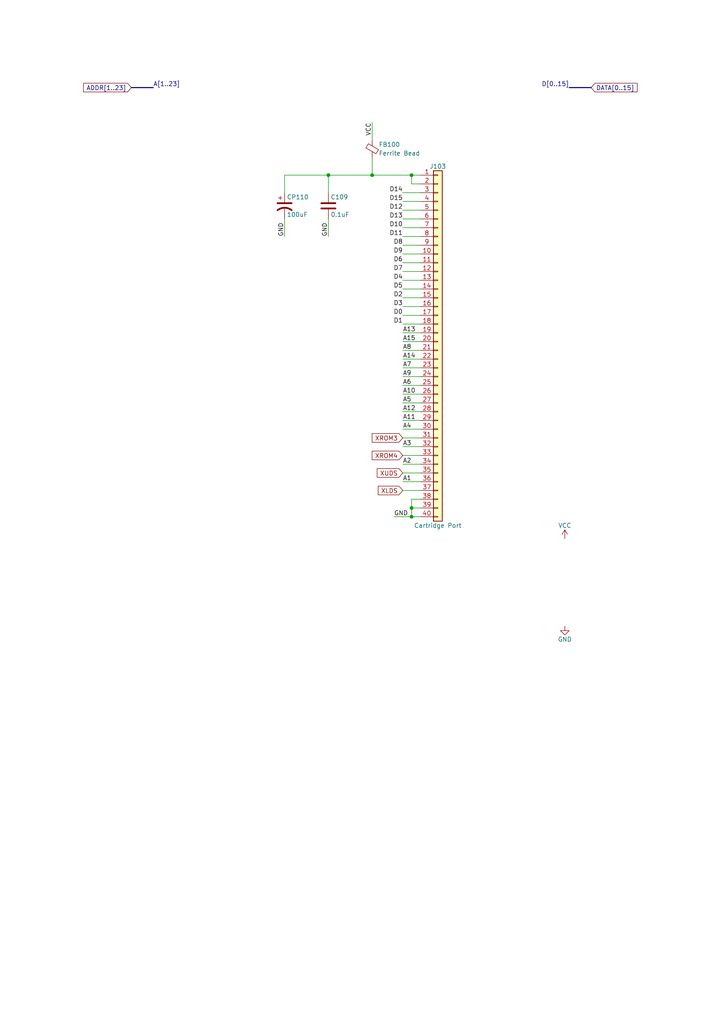
<source format=kicad_sch>
(kicad_sch (version 20211123) (generator eeschema)
  (paper "A4" portrait)
  (title_block (title "ReSTe mignon") (date "2022-07-13") (rev "mk0-0.1") (company "David SPORN") (comment 2 "original repository : https://github.com/sporniket/reste-mignon") (comment 4 "A remake of the Atari STe with some fixes applied and a target size of 25×18cm (B5)"))
  (lib_symbols
    (symbol "Connector_Generic:Conn_01x40" (pin_names (offset 1.016) hide)
      (property "Reference" "J" (at 0 50.8 0))
      (property "Value" "Conn_01x40" (at 0 -53.34 0))
      (symbol "Conn_01x40_1_1"
        (rectangle (start -1.27 -50.673) (end 0 -50.927) (stroke (width 0.1524)))
        (rectangle (start -1.27 -48.133) (end 0 -48.387) (stroke (width 0.1524)))
        (rectangle (start -1.27 -45.593) (end 0 -45.847) (stroke (width 0.1524)))
        (rectangle (start -1.27 -43.053) (end 0 -43.307) (stroke (width 0.1524)))
        (rectangle (start -1.27 -40.513) (end 0 -40.767) (stroke (width 0.1524)))
        (rectangle (start -1.27 -37.973) (end 0 -38.227) (stroke (width 0.1524)))
        (rectangle (start -1.27 -35.433) (end 0 -35.687) (stroke (width 0.1524)))
        (rectangle (start -1.27 -32.893) (end 0 -33.147) (stroke (width 0.1524)))
        (rectangle (start -1.27 -30.353) (end 0 -30.607) (stroke (width 0.1524)))
        (rectangle (start -1.27 -27.813) (end 0 -28.067) (stroke (width 0.1524)))
        (rectangle (start -1.27 -25.273) (end 0 -25.527) (stroke (width 0.1524)))
        (rectangle (start -1.27 -22.733) (end 0 -22.987) (stroke (width 0.1524)))
        (rectangle (start -1.27 -20.193) (end 0 -20.447) (stroke (width 0.1524)))
        (rectangle (start -1.27 -17.653) (end 0 -17.907) (stroke (width 0.1524)))
        (rectangle (start -1.27 -15.113) (end 0 -15.367) (stroke (width 0.1524)))
        (rectangle (start -1.27 -12.573) (end 0 -12.827) (stroke (width 0.1524)))
        (rectangle (start -1.27 -10.033) (end 0 -10.287) (stroke (width 0.1524)))
        (rectangle (start -1.27 -7.493) (end 0 -7.747) (stroke (width 0.1524)))
        (rectangle (start -1.27 -4.953) (end 0 -5.207) (stroke (width 0.1524)))
        (rectangle (start -1.27 -2.413) (end 0 -2.667) (stroke (width 0.1524)))
        (rectangle (start -1.27 0.127) (end 0 -0.127) (stroke (width 0.1524)))
        (rectangle (start -1.27 2.667) (end 0 2.413) (stroke (width 0.1524)))
        (rectangle (start -1.27 5.207) (end 0 4.953) (stroke (width 0.1524)))
        (rectangle (start -1.27 7.747) (end 0 7.493) (stroke (width 0.1524)))
        (rectangle (start -1.27 10.287) (end 0 10.033) (stroke (width 0.1524)))
        (rectangle (start -1.27 12.827) (end 0 12.573) (stroke (width 0.1524)))
        (rectangle (start -1.27 15.367) (end 0 15.113) (stroke (width 0.1524)))
        (rectangle (start -1.27 17.907) (end 0 17.653) (stroke (width 0.1524)))
        (rectangle (start -1.27 20.447) (end 0 20.193) (stroke (width 0.1524)))
        (rectangle (start -1.27 22.987) (end 0 22.733) (stroke (width 0.1524)))
        (rectangle (start -1.27 25.527) (end 0 25.273) (stroke (width 0.1524)))
        (rectangle (start -1.27 28.067) (end 0 27.813) (stroke (width 0.1524)))
        (rectangle (start -1.27 30.607) (end 0 30.353) (stroke (width 0.1524)))
        (rectangle (start -1.27 33.147) (end 0 32.893) (stroke (width 0.1524)))
        (rectangle (start -1.27 35.687) (end 0 35.433) (stroke (width 0.1524)))
        (rectangle (start -1.27 38.227) (end 0 37.973) (stroke (width 0.1524)))
        (rectangle (start -1.27 40.767) (end 0 40.513) (stroke (width 0.1524)))
        (rectangle (start -1.27 43.307) (end 0 43.053) (stroke (width 0.1524)))
        (rectangle (start -1.27 45.847) (end 0 45.593) (stroke (width 0.1524)))
        (rectangle (start -1.27 48.387) (end 0 48.133) (stroke (width 0.1524)))
        (rectangle (start -1.27 49.53) (end 1.27 -52.07) (stroke (width 0.254)) (fill (type background)))
        (pin passive line (at -5.08 48.26 0) (length 3.81) (name "Pin_1") (number "1"))
        (pin passive line (at -5.08 25.4 0) (length 3.81) (name "Pin_10") (number "10"))
        (pin passive line (at -5.08 22.86 0) (length 3.81) (name "Pin_11") (number "11"))
        (pin passive line (at -5.08 20.32 0) (length 3.81) (name "Pin_12") (number "12"))
        (pin passive line (at -5.08 17.78 0) (length 3.81) (name "Pin_13") (number "13"))
        (pin passive line (at -5.08 15.24 0) (length 3.81) (name "Pin_14") (number "14"))
        (pin passive line (at -5.08 12.7 0) (length 3.81) (name "Pin_15") (number "15"))
        (pin passive line (at -5.08 10.16 0) (length 3.81) (name "Pin_16") (number "16"))
        (pin passive line (at -5.08 7.62 0) (length 3.81) (name "Pin_17") (number "17"))
        (pin passive line (at -5.08 5.08 0) (length 3.81) (name "Pin_18") (number "18"))
        (pin passive line (at -5.08 2.54 0) (length 3.81) (name "Pin_19") (number "19"))
        (pin passive line (at -5.08 45.72 0) (length 3.81) (name "Pin_2") (number "2"))
        (pin passive line (at -5.08 0 0) (length 3.81) (name "Pin_20") (number "20"))
        (pin passive line (at -5.08 -2.54 0) (length 3.81) (name "Pin_21") (number "21"))
        (pin passive line (at -5.08 -5.08 0) (length 3.81) (name "Pin_22") (number "22"))
        (pin passive line (at -5.08 -7.62 0) (length 3.81) (name "Pin_23") (number "23"))
        (pin passive line (at -5.08 -10.16 0) (length 3.81) (name "Pin_24") (number "24"))
        (pin passive line (at -5.08 -12.7 0) (length 3.81) (name "Pin_25") (number "25"))
        (pin passive line (at -5.08 -15.24 0) (length 3.81) (name "Pin_26") (number "26"))
        (pin passive line (at -5.08 -17.78 0) (length 3.81) (name "Pin_27") (number "27"))
        (pin passive line (at -5.08 -20.32 0) (length 3.81) (name "Pin_28") (number "28"))
        (pin passive line (at -5.08 -22.86 0) (length 3.81) (name "Pin_29") (number "29"))
        (pin passive line (at -5.08 43.18 0) (length 3.81) (name "Pin_3") (number "3"))
        (pin passive line (at -5.08 -25.4 0) (length 3.81) (name "Pin_30") (number "30"))
        (pin passive line (at -5.08 -27.94 0) (length 3.81) (name "Pin_31") (number "31"))
        (pin passive line (at -5.08 -30.48 0) (length 3.81) (name "Pin_32") (number "32"))
        (pin passive line (at -5.08 -33.02 0) (length 3.81) (name "Pin_33") (number "33"))
        (pin passive line (at -5.08 -35.56 0) (length 3.81) (name "Pin_34") (number "34"))
        (pin passive line (at -5.08 -38.1 0) (length 3.81) (name "Pin_35") (number "35"))
        (pin passive line (at -5.08 -40.64 0) (length 3.81) (name "Pin_36") (number "36"))
        (pin passive line (at -5.08 -43.18 0) (length 3.81) (name "Pin_37") (number "37"))
        (pin passive line (at -5.08 -45.72 0) (length 3.81) (name "Pin_38") (number "38"))
        (pin passive line (at -5.08 -48.26 0) (length 3.81) (name "Pin_39") (number "39"))
        (pin passive line (at -5.08 40.64 0) (length 3.81) (name "Pin_4") (number "4"))
        (pin passive line (at -5.08 -50.8 0) (length 3.81) (name "Pin_40") (number "40"))
        (pin passive line (at -5.08 38.1 0) (length 3.81) (name "Pin_5") (number "5"))
        (pin passive line (at -5.08 35.56 0) (length 3.81) (name "Pin_6") (number "6"))
        (pin passive line (at -5.08 33.02 0) (length 3.81) (name "Pin_7") (number "7"))
        (pin passive line (at -5.08 30.48 0) (length 3.81) (name "Pin_8") (number "8"))
        (pin passive line (at -5.08 27.94 0) (length 3.81) (name "Pin_9") (number "9"))
      )
    )
    (symbol "Device:C" (pin_numbers hide) (pin_names (offset 0.254))
      (property "Reference" "C" (at 0.635 2.54 0))
      (property "Value" "C" (at 0.635 -2.54 0))
      (symbol "C_0_1"
        (polyline (pts (xy -2.032 -0.762) (xy 2.032 -0.762)) (stroke (width 0.508)))
        (polyline (pts (xy -2.032 0.762) (xy 2.032 0.762)) (stroke (width 0.508)))
      )
      (symbol "C_1_1"
        (pin passive line (at 0 3.81 270) (length 2.794) (name "~") (number "1"))
        (pin passive line (at 0 -3.81 90) (length 2.794) (name "~") (number "2"))
      )
    )
    (symbol "Device:CP1" (pin_numbers hide) (pin_names (offset 0.254) hide)
      (property "Reference" "C" (at 0.635 2.54 0))
      (property "Value" "Device_CP1" (at 0.635 -2.54 0))
      (symbol "CP1_0_1"
        (polyline (pts (xy -2.032 0.762) (xy 2.032 0.762)) (stroke (width 0.508)))
        (polyline (pts (xy -1.778 2.286) (xy -0.762 2.286)))
        (polyline (pts (xy -1.27 1.778) (xy -1.27 2.794)))
        (arc (start 2.032 -1.27) (mid 0 -0.5572) (end -2.032 -1.27) (stroke (width 0.508)))
      )
      (symbol "CP1_1_1"
        (pin passive line (at 0 3.81 270) (length 2.794) (name "~") (number "1"))
        (pin passive line (at 0 -3.81 90) (length 3.302) (name "~") (number "2"))
      )
    )
    (symbol "Device:Ferrite_Bead_Small" (pin_numbers hide) (pin_names (offset 0))
      (property "Reference" "FB" (at 1.905 1.27 0))
      (property "Value" "Device_Ferrite_Bead_Small" (at 1.905 -1.27 0))
      (symbol "Ferrite_Bead_Small_0_1"
        (polyline (pts (xy 0 -1.27) (xy 0 -0.7874)))
        (polyline (pts (xy 0 0.889) (xy 0 1.2954)))
        (polyline (pts (xy -1.8288 0.2794) (xy -1.1176 1.4986) (xy 1.8288 -0.2032) (xy 1.1176 -1.4224) (xy -1.8288 0.2794)))
      )
      (symbol "Ferrite_Bead_Small_1_1"
        (pin passive line (at 0 2.54 270) (length 1.27) (name "~") (number "1"))
        (pin passive line (at 0 -2.54 90) (length 1.27) (name "~") (number "2"))
      )
    )
    (symbol "power:GND" (power) (pin_names (offset 0))
      (property "Value" "GND" (at 0 -3.81 0))
      (symbol "GND_0_1"
        (polyline (pts (xy 0 0) (xy 0 -1.27) (xy 1.27 -1.27) (xy 0 -2.54) (xy -1.27 -1.27) (xy 0 -1.27)))
      )
      (symbol "GND_1_1"
        (pin power_in line (at 0 0 270) (length 0) hide (name "GND") (number "1"))
      )
    )
    (symbol "power:VCC" (power) (pin_names (offset 0))
      (property "Value" "VCC" (at 0 3.81 0))
      (symbol "VCC_0_1"
        (polyline (pts (xy -0.762 1.27) (xy 0 2.54)))
        (polyline (pts (xy 0 0) (xy 0 2.54)))
        (polyline (pts (xy 0 2.54) (xy 0.762 1.27)))
      )
      (symbol "VCC_1_1"
        (pin power_in line (at 0 0 90) (length 0) hide (name "VCC") (number "1"))
      )
    )
  )
  (junction (at 119.38 147.32))
  (junction (at 119.38 149.86))
  (junction (at 95.25 50.8))
  (junction (at 107.95 50.8))
  (junction (at 119.38 50.8))
  (wire (pts (xy 116.84 76.2) (xy 121.92 76.2)))
  (wire (pts (xy 116.84 78.74) (xy 121.92 78.74)))
  (wire (pts (xy 82.55 50.8) (xy 95.25 50.8)))
  (wire (pts (xy 116.84 66.04) (xy 121.92 66.04)))
  (wire (pts (xy 116.84 58.42) (xy 121.92 58.42)))
  (wire (pts (xy 116.84 124.46) (xy 121.92 124.46)))
  (wire (pts (xy 119.38 50.8) (xy 119.38 53.34)))
  (wire (pts (xy 119.38 149.86) (xy 119.38 147.32)))
  (wire (pts (xy 119.38 147.32) (xy 119.38 144.78)))
  (wire (pts (xy 116.84 132.08) (xy 121.92 132.08)))
  (wire (pts (xy 116.84 81.28) (xy 121.92 81.28)))
  (wire (pts (xy 116.84 71.12) (xy 121.92 71.12)))
  (wire (pts (xy 116.84 86.36) (xy 121.92 86.36)))
  (wire (pts (xy 82.55 68.58) (xy 82.55 63.5)))
  (wire (pts (xy 107.95 50.8) (xy 119.38 50.8)))
  (wire (pts (xy 116.84 139.7) (xy 121.92 139.7)))
  (wire (pts (xy 107.95 40.64) (xy 107.95 35.56)))
  (wire (pts (xy 119.38 50.8) (xy 121.92 50.8)))
  (wire (pts (xy 116.84 104.14) (xy 121.92 104.14)))
  (wire (pts (xy 116.84 91.44) (xy 121.92 91.44)))
  (wire (pts (xy 116.84 88.9) (xy 121.92 88.9)))
  (wire (pts (xy 116.84 134.62) (xy 121.92 134.62)))
  (wire (pts (xy 116.84 73.66) (xy 121.92 73.66)))
  (wire (pts (xy 116.84 137.16) (xy 121.92 137.16)))
  (wire (pts (xy 116.84 119.38) (xy 121.92 119.38)))
  (wire (pts (xy 116.84 55.88) (xy 121.92 55.88)))
  (wire (pts (xy 95.25 50.8) (xy 107.95 50.8)))
  (wire (pts (xy 119.38 149.86) (xy 121.92 149.86)))
  (wire (pts (xy 116.84 60.96) (xy 121.92 60.96)))
  (wire (pts (xy 116.84 111.76) (xy 121.92 111.76)))
  (wire (pts (xy 116.84 99.06) (xy 121.92 99.06)))
  (wire (pts (xy 116.84 116.84) (xy 121.92 116.84)))
  (wire (pts (xy 116.84 83.82) (xy 121.92 83.82)))
  (wire (pts (xy 95.25 68.58) (xy 95.25 63.5)))
  (wire (pts (xy 82.55 55.88) (xy 82.55 50.8)))
  (wire (pts (xy 116.84 114.3) (xy 121.92 114.3)))
  (wire (pts (xy 114.3 149.86) (xy 119.38 149.86)))
  (wire (pts (xy 116.84 93.98) (xy 121.92 93.98)))
  (wire (pts (xy 116.84 106.68) (xy 121.92 106.68)))
  (wire (pts (xy 116.84 142.24) (xy 121.92 142.24)))
  (wire (pts (xy 116.84 129.54) (xy 121.92 129.54)))
  (wire (pts (xy 116.84 121.92) (xy 121.92 121.92)))
  (bus (pts (xy 38.1 25.4) (xy 44.45 25.4)))
  (wire (pts (xy 116.84 96.52) (xy 121.92 96.52)))
  (bus (pts (xy 165.1 25.4) (xy 171.45 25.4)))
  (wire (pts (xy 119.38 147.32) (xy 121.92 147.32)))
  (wire (pts (xy 116.84 101.6) (xy 121.92 101.6)))
  (wire (pts (xy 116.84 127) (xy 121.92 127)))
  (wire (pts (xy 119.38 53.34) (xy 121.92 53.34)))
  (wire (pts (xy 116.84 63.5) (xy 121.92 63.5)))
  (wire (pts (xy 95.25 55.88) (xy 95.25 50.8)))
  (wire (pts (xy 119.38 144.78) (xy 121.92 144.78)))
  (wire (pts (xy 107.95 50.8) (xy 107.95 45.72)))
  (wire (pts (xy 116.84 68.58) (xy 121.92 68.58)))
  (wire (pts (xy 116.84 109.22) (xy 121.92 109.22)))
  (label "GND" (at 82.55 68.58 90))
  (label "D15" (at 116.84 58.42 180))
  (label "A4" (at 116.84 124.46 0))
  (label "A[1..23]" (at 44.45 25.4 0))
  (label "D14" (at 116.84 55.88 180))
  (label "D2" (at 116.84 86.36 180))
  (label "D12" (at 116.84 60.96 180))
  (label "D0" (at 116.84 91.44 180))
  (label "D11" (at 116.84 68.58 180))
  (label "D10" (at 116.84 66.04 180))
  (label "GND" (at 95.25 68.58 90))
  (label "D6" (at 116.84 76.2 180))
  (label "VCC" (at 107.95 35.56 270))
  (label "A5" (at 116.84 116.84 0))
  (label "A2" (at 116.84 134.62 0))
  (label "A12" (at 116.84 119.38 0))
  (label "A6" (at 116.84 111.76 0))
  (label "A1" (at 116.84 139.7 0))
  (label "A11" (at 116.84 121.92 0))
  (label "GND" (at 114.3 149.86 0))
  (label "D1" (at 116.84 93.98 180))
  (label "A7" (at 116.84 106.68 0))
  (label "D8" (at 116.84 71.12 180))
  (label "D7" (at 116.84 78.74 180))
  (label "A8" (at 116.84 101.6 0))
  (label "A14" (at 116.84 104.14 0))
  (label "A13" (at 116.84 96.52 0))
  (label "A10" (at 116.84 114.3 0))
  (label "A9" (at 116.84 109.22 0))
  (label "D3" (at 116.84 88.9 180))
  (label "D5" (at 116.84 83.82 180))
  (label "D[0..15]" (at 165.1 25.4 180))
  (label "A3" (at 116.84 129.54 0))
  (label "D9" (at 116.84 73.66 180))
  (label "D4" (at 116.84 81.28 180))
  (label "A15" (at 116.84 99.06 0))
  (label "D13" (at 116.84 63.5 180))
  (global_label "ADDR[1..23]" (shape input) (at 38.1 25.4 180) (property "Intersheet References" "${INTERSHEET_REFS}" (effects hide)))
  (global_label "XROM3" (shape input) (at 116.84 127 180) (property "Intersheet References" "${INTERSHEET_REFS}" (effects hide)))
  (global_label "XLDS" (shape input) (at 116.84 142.24 180) (property "Intersheet References" "${INTERSHEET_REFS}" (effects hide)))
  (global_label "DATA[0..15]" (shape input) (at 171.45 25.4 0) (property "Intersheet References" "${INTERSHEET_REFS}" (effects hide)))
  (global_label "XUDS" (shape input) (at 116.84 137.16 180) (property "Intersheet References" "${INTERSHEET_REFS}" (effects hide)))
  (global_label "XROM4" (shape input) (at 116.84 132.08 180) (property "Intersheet References" "${INTERSHEET_REFS}" (effects hide)))
  (symbol (lib_id "Device:Ferrite_Bead_Small") (at 107.95 43.18 0) (unit 1)
    (property "Reference" "FB100" (at 109.855 41.91 0) (effects (justify left)))
    (property "Value" "Ferrite Bead" (at 109.855 44.45 0) (effects (justify left)))
    (property "Footprint" "Inductor_SMD:L_1206_3216Metric_Pad1.22x1.90mm_HandSolder" (effects hide))
  )
  (symbol (lib_id "Device:C") (at 95.25 59.69 0) (unit 1)
    (property "Reference" "C109" (at 95.885 57.15 0) (effects (justify left)))
    (property "Value" "0.1uF" (at 95.885 62.23 0) (effects (justify left)))
    (property "Footprint" "Capacitor_SMD:C_1206_3216Metric_Pad1.33x1.80mm_HandSolder" (effects hide))
  )
  (symbol (lib_id "Device:CP1") (at 82.55 59.69 0) (unit 1)
    (property "Reference" "CP110" (at 83.185 57.15 0) (effects (justify left)))
    (property "Value" "100uF" (at 83.185 62.23 0) (effects (justify left)))
    (property "Footprint" "Capacitor_THT:C_Radial_D8.0mm_H11.5mm_P3.50mm" (effects hide))
  )
  (symbol (lib_id "Connector_Generic:Conn_01x40") (at 127 99.06 0) (unit 1)
    (property "Reference" "J103" (at 127 48.26 0))
    (property "Value" "Cartridge Port" (at 127 152.4 0))
    (property "Footprint" "atari-interconnect:socket-edge-pcb_40p_P2.01mm" (effects hide))
  )
  (symbol (lib_id "power:GND") (at 163.83 181.61 0) (unit 1)
    (property "Reference" "#PWR0112" (effects hide))
    (property "Value" "GND" (at 163.83 185.42 0))
  )
  (symbol (lib_id "power:VCC") (at 163.83 156.21 0) (unit 1)
    (property "Reference" "#PWR0113" (effects hide))
    (property "Value" "VCC" (at 163.83 152.4 0))
  )
)
</source>
